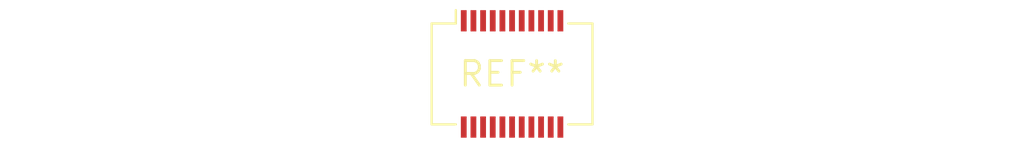
<source format=kicad_pcb>
(kicad_pcb (version 20240108) (generator pcbnew)
  (layers (0 "F.Cu" signal) (31 "B.Cu" signal) (34 "B.Paste" user) (35 "F.Paste" user) (36 "B.SilkS" user "B.Silkscreen") (37 "F.SilkS" user "F.Silkscreen") (38 "B.Mask" user) (39 "F.Mask" user) (44 "Edge.Cuts" user))
  (net 0 "")
  (footprint "Molex_SlimStack_54722-0224_2x11_P0.50mm_Vertical" (layer "F.Cu") (at 0 0)
    (property "Reference" "REF**")
    (property "Value" "Molex_SlimStack_54722-0224_2x11_P0.50mm_Vertical")
    (fp_line (start -4.16 -2.61) (end -2.91 -2.61) (layer "F.SilkS") (stroke (width 0.12)))
    (fp_line (start -4.16 2.61) (end -4.16 -2.61) (layer "F.SilkS") (stroke (width 0.12)))
    (fp_line (start -2.91 -2.61) (end -2.91 -3.3) (layer "F.SilkS") (stroke (width 0.12)))
    (fp_line (start -2.91 2.61) (end -4.16 2.61) (layer "F.SilkS") (stroke (width 0.12)))
    (fp_line (start 2.91 2.61) (end 4.16 2.61) (layer "F.SilkS") (stroke (width 0.12)))
    (fp_line (start 4.16 -2.61) (end 2.91 -2.61) (layer "F.SilkS") (stroke (width 0.12)))
    (fp_line (start 4.16 2.61) (end 4.16 -2.61) (layer "F.SilkS") (stroke (width 0.12)))
    (pad "1" smd rect (at -2.5 -2.75) (size 0.3 1.1) (layers "F.Cu" "F.Paste" "F.Mask"))
    (pad "2" smd rect (at -2.5 2.75) (size 0.3 1.1) (layers "F.Cu" "F.Paste" "F.Mask"))
    (pad "3" smd rect (at -2 -2.75) (size 0.3 1.1) (layers "F.Cu" "F.Paste" "F.Mask"))
    (pad "4" smd rect (at -2 2.75) (size 0.3 1.1) (layers "F.Cu" "F.Paste" "F.Mask"))
    (pad "5" smd rect (at -1.5 -2.75) (size 0.3 1.1) (layers "F.Cu" "F.Paste" "F.Mask"))
    (pad "6" smd rect (at -1.5 2.75) (size 0.3 1.1) (layers "F.Cu" "F.Paste" "F.Mask"))
    (pad "7" smd rect (at -1 -2.75) (size 0.3 1.1) (layers "F.Cu" "F.Paste" "F.Mask"))
    (pad "8" smd rect (at -1 2.75) (size 0.3 1.1) (layers "F.Cu" "F.Paste" "F.Mask"))
    (pad "9" smd rect (at -0.5 -2.75) (size 0.3 1.1) (layers "F.Cu" "F.Paste" "F.Mask"))
    (pad "10" smd rect (at -0.5 2.75) (size 0.3 1.1) (layers "F.Cu" "F.Paste" "F.Mask"))
    (pad "11" smd rect (at 0 -2.75) (size 0.3 1.1) (layers "F.Cu" "F.Paste" "F.Mask"))
    (pad "12" smd rect (at 0 2.75) (size 0.3 1.1) (layers "F.Cu" "F.Paste" "F.Mask"))
    (pad "13" smd rect (at 0.5 -2.75) (size 0.3 1.1) (layers "F.Cu" "F.Paste" "F.Mask"))
    (pad "14" smd rect (at 0.5 2.75) (size 0.3 1.1) (layers "F.Cu" "F.Paste" "F.Mask"))
    (pad "15" smd rect (at 1 -2.75) (size 0.3 1.1) (layers "F.Cu" "F.Paste" "F.Mask"))
    (pad "16" smd rect (at 1 2.75) (size 0.3 1.1) (layers "F.Cu" "F.Paste" "F.Mask"))
    (pad "17" smd rect (at 1.5 -2.75) (size 0.3 1.1) (layers "F.Cu" "F.Paste" "F.Mask"))
    (pad "18" smd rect (at 1.5 2.75) (size 0.3 1.1) (layers "F.Cu" "F.Paste" "F.Mask"))
    (pad "19" smd rect (at 2 -2.75) (size 0.3 1.1) (layers "F.Cu" "F.Paste" "F.Mask"))
    (pad "20" smd rect (at 2 2.75) (size 0.3 1.1) (layers "F.Cu" "F.Paste" "F.Mask"))
    (pad "21" smd rect (at 2.5 -2.75) (size 0.3 1.1) (layers "F.Cu" "F.Paste" "F.Mask"))
    (pad "22" smd rect (at 2.5 2.75) (size 0.3 1.1) (layers "F.Cu" "F.Paste" "F.Mask"))
  )
)
</source>
